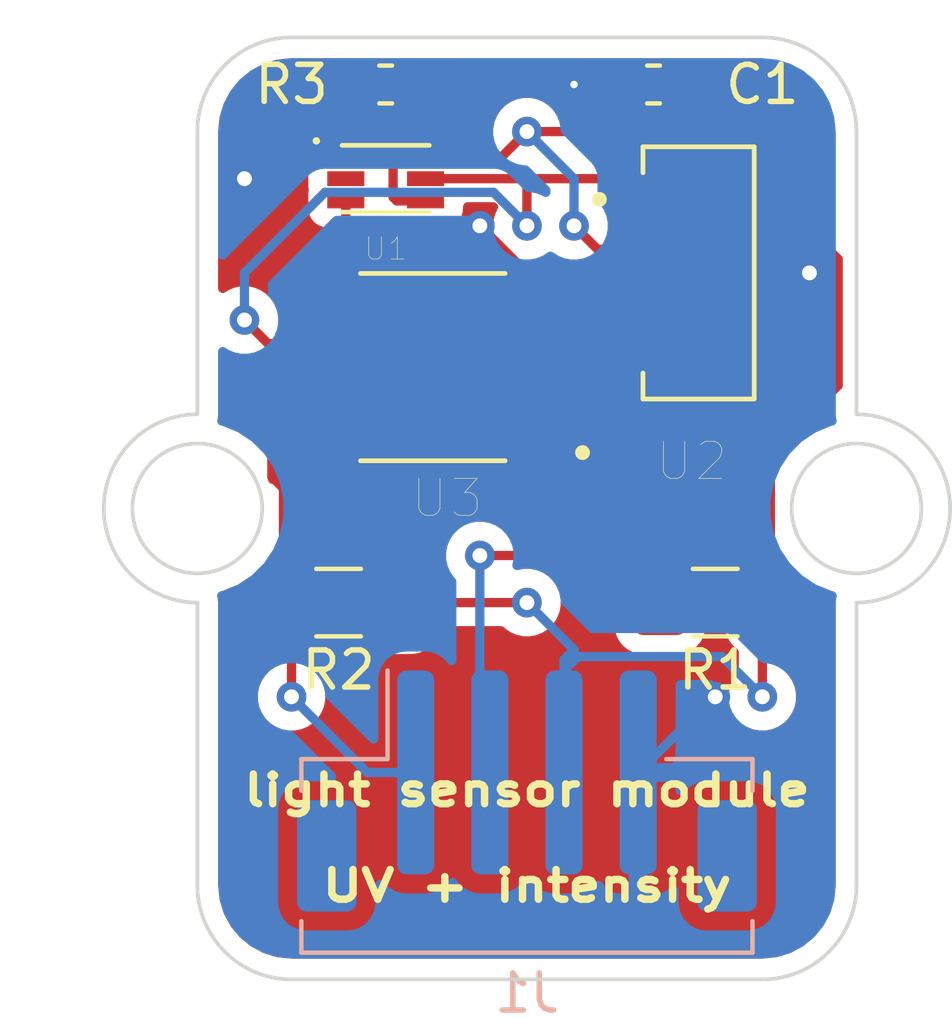
<source format=kicad_pcb>
(kicad_pcb (version 20171130) (host pcbnew 5.1.5+dfsg1-2build2)

  (general
    (thickness 1.6002)
    (drawings 15)
    (tracks 108)
    (zones 0)
    (modules 8)
    (nets 9)
  )

  (page A4)
  (title_block
    (title "light sensor module PCB")
    (date 2020-12-03)
    (rev 1)
    (company "Olanis GmbH")
    (comment 1 "by Norman Rembarz")
    (comment 2 "REGREEN PROJECT of EU")
    (comment 3 sensoLAB)
  )

  (layers
    (0 Front signal)
    (31 Back signal)
    (34 B.Paste user)
    (35 F.Paste user)
    (36 B.SilkS user)
    (37 F.SilkS user)
    (38 B.Mask user)
    (39 F.Mask user)
    (44 Edge.Cuts user)
    (45 Margin user)
    (46 B.CrtYd user)
    (47 F.CrtYd user)
    (49 F.Fab user)
  )

  (setup
    (last_trace_width 0.25)
    (user_trace_width 0.1)
    (user_trace_width 0.2)
    (user_trace_width 0.5)
    (trace_clearance 0.25)
    (zone_clearance 0.508)
    (zone_45_only no)
    (trace_min 0.1)
    (via_size 0.8)
    (via_drill 0.4)
    (via_min_size 0.45)
    (via_min_drill 0.2)
    (user_via 0.45 0.2)
    (user_via 0.8 0.4)
    (uvia_size 0.8)
    (uvia_drill 0.4)
    (uvias_allowed no)
    (uvia_min_size 0)
    (uvia_min_drill 0)
    (edge_width 0.1)
    (segment_width 0.1)
    (pcb_text_width 0.3)
    (pcb_text_size 1.5 1.5)
    (mod_edge_width 0.1)
    (mod_text_size 0.8 0.8)
    (mod_text_width 0.1)
    (pad_size 1.524 1.524)
    (pad_drill 0.762)
    (pad_to_mask_clearance 0)
    (solder_mask_min_width 0.1)
    (aux_axis_origin 132.08 99.06)
    (visible_elements FFFFFF7F)
    (pcbplotparams
      (layerselection 0x010fc_ffffffff)
      (usegerberextensions false)
      (usegerberattributes false)
      (usegerberadvancedattributes false)
      (creategerberjobfile true)
      (excludeedgelayer true)
      (linewidth 0.152400)
      (plotframeref false)
      (viasonmask false)
      (mode 1)
      (useauxorigin false)
      (hpglpennumber 1)
      (hpglpenspeed 20)
      (hpglpendiameter 15.000000)
      (psnegative false)
      (psa4output false)
      (plotreference true)
      (plotvalue false)
      (plotinvisibletext false)
      (padsonsilk false)
      (subtractmaskfromsilk true)
      (outputformat 1)
      (mirror false)
      (drillshape 0)
      (scaleselection 1)
      (outputdirectory "./gerbers_for_aisler"))
  )

  (net 0 "")
  (net 1 GND)
  (net 2 +3V3)
  (net 3 SDA)
  (net 4 SCL)
  (net 5 "Net-(U1-Pad2)")
  (net 6 LDA)
  (net 7 LCL)
  (net 8 "Net-(R3-Pad1)")

  (net_class Default "This is the default net class."
    (clearance 0.25)
    (trace_width 0.25)
    (via_dia 0.8)
    (via_drill 0.4)
    (uvia_dia 0.8)
    (uvia_drill 0.4)
    (diff_pair_width 0.25)
    (diff_pair_gap 0.25)
    (add_net +3V3)
    (add_net GND)
    (add_net LCL)
    (add_net LDA)
    (add_net "Net-(R3-Pad1)")
    (add_net "Net-(U1-Pad2)")
    (add_net SCL)
    (add_net SDA)
  )

  (net_class Min "This is the bare minimum allowed."
    (clearance 0.1)
    (trace_width 0.1)
    (via_dia 0.45)
    (via_drill 0.2)
    (uvia_dia 0.45)
    (uvia_drill 0.2)
    (diff_pair_width 0.12)
    (diff_pair_gap 0.12)
  )

  (module VEML6070:PHODET_VEML6070 (layer Front) (tedit 5FB267BB) (tstamp 5FB83CB0)
    (at 139.7 77.47)
    (path /5FC0E447)
    (fp_text reference U1 (at 0 1.89) (layer F.SilkS)
      (effects (font (size 0.600209 0.600209) (thickness 0.015)))
    )
    (fp_text value VEML6070 (at 3.749155 1.644141) (layer F.Fab)
      (effects (font (size 0.601148 0.601148) (thickness 0.015)))
    )
    (fp_line (start -1.175 0.9) (end 1.175 0.9) (layer F.SilkS) (width 0.127))
    (fp_line (start -1.175 -0.9) (end 1.175 -0.9) (layer F.SilkS) (width 0.127))
    (fp_line (start -2 1.25) (end -2 -1.25) (layer F.CrtYd) (width 0.05))
    (fp_line (start 2 1.25) (end -2 1.25) (layer F.CrtYd) (width 0.05))
    (fp_line (start 2 -1.25) (end 2 1.25) (layer F.CrtYd) (width 0.05))
    (fp_line (start -2 -1.25) (end 2 -1.25) (layer F.CrtYd) (width 0.05))
    (fp_line (start -1.175 0.9) (end -1.175 -0.9) (layer F.Fab) (width 0.127))
    (fp_line (start 1.175 0.9) (end -1.175 0.9) (layer F.Fab) (width 0.127))
    (fp_line (start 1.175 -0.9) (end 1.175 0.9) (layer F.Fab) (width 0.127))
    (fp_line (start -1.175 -0.9) (end 1.175 -0.9) (layer F.Fab) (width 0.127))
    (fp_circle (center -1.87 -1.02) (end -1.82 -1.02) (layer F.SilkS) (width 0.1))
    (pad 4 smd rect (at 1.075 0.6) (size 1 0.4) (layers Front F.Paste F.Mask)
      (net 8 "Net-(R3-Pad1)"))
    (pad 5 smd rect (at 1.075 0) (size 1 0.4) (layers Front F.Paste F.Mask)
      (net 4 SCL))
    (pad 6 smd rect (at 1.075 -0.6) (size 1 0.4) (layers Front F.Paste F.Mask)
      (net 2 +3V3))
    (pad 3 smd rect (at -1.075 0.6) (size 1 0.4) (layers Front F.Paste F.Mask)
      (net 3 SDA))
    (pad 2 smd rect (at -1.075 0) (size 1 0.4) (layers Front F.Paste F.Mask)
      (net 5 "Net-(U1-Pad2)"))
    (pad 1 smd rect (at -1.075 -0.6) (size 1 0.4) (layers Front F.Paste F.Mask)
      (net 1 GND))
  )

  (module P82B715D:SOIC127P599X175-8N (layer Front) (tedit 5FBB87F1) (tstamp 5FBC1C07)
    (at 140.97 82.55 180)
    (path /5FBBA2D9)
    (fp_text reference U3 (at -0.385 -3.537) (layer F.SilkS)
      (effects (font (size 1 1) (thickness 0.015)))
    )
    (fp_text value P82B715D (at 7.87 3.537) (layer F.Fab)
      (effects (font (size 1 1) (thickness 0.015)))
    )
    (fp_line (start 3.705 -2.7025) (end 3.705 2.7025) (layer F.CrtYd) (width 0.05))
    (fp_line (start -3.705 -2.7025) (end -3.705 2.7025) (layer F.CrtYd) (width 0.05))
    (fp_line (start -3.705 2.7025) (end 3.705 2.7025) (layer F.CrtYd) (width 0.05))
    (fp_line (start -3.705 -2.7025) (end 3.705 -2.7025) (layer F.CrtYd) (width 0.05))
    (fp_line (start 1.95 -2.4525) (end 1.95 2.4525) (layer F.Fab) (width 0.127))
    (fp_line (start -1.95 -2.4525) (end -1.95 2.4525) (layer F.Fab) (width 0.127))
    (fp_line (start -1.95 2.525) (end 1.95 2.525) (layer F.SilkS) (width 0.127))
    (fp_line (start -1.95 -2.525) (end 1.95 -2.525) (layer F.SilkS) (width 0.127))
    (fp_line (start -1.95 2.4525) (end 1.95 2.4525) (layer F.Fab) (width 0.127))
    (fp_line (start -1.95 -2.4525) (end 1.95 -2.4525) (layer F.Fab) (width 0.127))
    (fp_circle (center -4.04 -2.305) (end -3.94 -2.305) (layer F.Fab) (width 0.2))
    (fp_circle (center -4.04 -2.305) (end -3.94 -2.305) (layer F.SilkS) (width 0.2))
    (pad 8 smd rect (at 2.47 -1.905 180) (size 1.97 0.6) (layers Front F.Paste F.Mask)
      (net 2 +3V3))
    (pad 7 smd rect (at 2.47 -0.635 180) (size 1.97 0.6) (layers Front F.Paste F.Mask)
      (net 7 LCL))
    (pad 6 smd rect (at 2.47 0.635 180) (size 1.97 0.6) (layers Front F.Paste F.Mask)
      (net 4 SCL))
    (pad 5 smd rect (at 2.47 1.905 180) (size 1.97 0.6) (layers Front F.Paste F.Mask))
    (pad 4 smd rect (at -2.47 1.905 180) (size 1.97 0.6) (layers Front F.Paste F.Mask)
      (net 1 GND))
    (pad 3 smd rect (at -2.47 0.635 180) (size 1.97 0.6) (layers Front F.Paste F.Mask)
      (net 3 SDA))
    (pad 2 smd rect (at -2.47 -0.635 180) (size 1.97 0.6) (layers Front F.Paste F.Mask)
      (net 6 LDA))
    (pad 1 smd rect (at -2.47 -1.905 180) (size 1.97 0.6) (layers Front F.Paste F.Mask))
  )

  (module Capacitor_SMD:C_0603_1608Metric_Pad1.05x0.95mm_HandSolder (layer Front) (tedit 5B301BBE) (tstamp 5FBD4A86)
    (at 146.925 74.93 180)
    (descr "Capacitor SMD 0603 (1608 Metric), square (rectangular) end terminal, IPC_7351 nominal with elongated pad for handsoldering. (Body size source: http://www.tortai-tech.com/upload/download/2011102023233369053.pdf), generated with kicad-footprint-generator")
    (tags "capacitor handsolder")
    (path /5FBFBD63)
    (attr smd)
    (fp_text reference C1 (at -2.935 0) (layer F.SilkS)
      (effects (font (size 1 1) (thickness 0.15)))
    )
    (fp_text value 100n (at 0 1.43) (layer F.Fab)
      (effects (font (size 1 1) (thickness 0.15)))
    )
    (fp_text user %R (at 0 0) (layer F.Fab)
      (effects (font (size 0.4 0.4) (thickness 0.06)))
    )
    (fp_line (start 1.65 0.73) (end -1.65 0.73) (layer F.CrtYd) (width 0.05))
    (fp_line (start 1.65 -0.73) (end 1.65 0.73) (layer F.CrtYd) (width 0.05))
    (fp_line (start -1.65 -0.73) (end 1.65 -0.73) (layer F.CrtYd) (width 0.05))
    (fp_line (start -1.65 0.73) (end -1.65 -0.73) (layer F.CrtYd) (width 0.05))
    (fp_line (start -0.171267 0.51) (end 0.171267 0.51) (layer F.SilkS) (width 0.12))
    (fp_line (start -0.171267 -0.51) (end 0.171267 -0.51) (layer F.SilkS) (width 0.12))
    (fp_line (start 0.8 0.4) (end -0.8 0.4) (layer F.Fab) (width 0.1))
    (fp_line (start 0.8 -0.4) (end 0.8 0.4) (layer F.Fab) (width 0.1))
    (fp_line (start -0.8 -0.4) (end 0.8 -0.4) (layer F.Fab) (width 0.1))
    (fp_line (start -0.8 0.4) (end -0.8 -0.4) (layer F.Fab) (width 0.1))
    (pad 2 smd roundrect (at 0.875 0 180) (size 1.05 0.95) (layers Front F.Paste F.Mask) (roundrect_rratio 0.25)
      (net 1 GND))
    (pad 1 smd roundrect (at -0.875 0 180) (size 1.05 0.95) (layers Front F.Paste F.Mask) (roundrect_rratio 0.25)
      (net 2 +3V3))
    (model ${KISYS3DMOD}/Capacitor_SMD.3dshapes/C_0603_1608Metric.wrl
      (at (xyz 0 0 0))
      (scale (xyz 1 1 1))
      (rotate (xyz 0 0 0))
    )
  )

  (module Resistor_SMD:R_0603_1608Metric_Pad1.05x0.95mm_HandSolder (layer Front) (tedit 5B301BBD) (tstamp 5FBD477E)
    (at 139.7 74.93 180)
    (descr "Resistor SMD 0603 (1608 Metric), square (rectangular) end terminal, IPC_7351 nominal with elongated pad for handsoldering. (Body size source: http://www.tortai-tech.com/upload/download/2011102023233369053.pdf), generated with kicad-footprint-generator")
    (tags "resistor handsolder")
    (path /5FBF76AF)
    (attr smd)
    (fp_text reference R3 (at 2.54 0) (layer F.SilkS)
      (effects (font (size 1 1) (thickness 0.15)))
    )
    (fp_text value 270K (at 0 1.43) (layer F.Fab)
      (effects (font (size 1 1) (thickness 0.15)))
    )
    (fp_text user %R (at 0 0) (layer F.Fab)
      (effects (font (size 0.4 0.4) (thickness 0.06)))
    )
    (fp_line (start 1.65 0.73) (end -1.65 0.73) (layer F.CrtYd) (width 0.05))
    (fp_line (start 1.65 -0.73) (end 1.65 0.73) (layer F.CrtYd) (width 0.05))
    (fp_line (start -1.65 -0.73) (end 1.65 -0.73) (layer F.CrtYd) (width 0.05))
    (fp_line (start -1.65 0.73) (end -1.65 -0.73) (layer F.CrtYd) (width 0.05))
    (fp_line (start -0.171267 0.51) (end 0.171267 0.51) (layer F.SilkS) (width 0.12))
    (fp_line (start -0.171267 -0.51) (end 0.171267 -0.51) (layer F.SilkS) (width 0.12))
    (fp_line (start 0.8 0.4) (end -0.8 0.4) (layer F.Fab) (width 0.1))
    (fp_line (start 0.8 -0.4) (end 0.8 0.4) (layer F.Fab) (width 0.1))
    (fp_line (start -0.8 -0.4) (end 0.8 -0.4) (layer F.Fab) (width 0.1))
    (fp_line (start -0.8 0.4) (end -0.8 -0.4) (layer F.Fab) (width 0.1))
    (pad 2 smd roundrect (at 0.875 0 180) (size 1.05 0.95) (layers Front F.Paste F.Mask) (roundrect_rratio 0.25)
      (net 1 GND))
    (pad 1 smd roundrect (at -0.875 0 180) (size 1.05 0.95) (layers Front F.Paste F.Mask) (roundrect_rratio 0.25)
      (net 8 "Net-(R3-Pad1)"))
    (model ${KISYS3DMOD}/Resistor_SMD.3dshapes/R_0603_1608Metric.wrl
      (at (xyz 0 0 0))
      (scale (xyz 1 1 1))
      (rotate (xyz 0 0 0))
    )
  )

  (module Resistor_SMD:R_1206_3216Metric_Pad1.42x1.75mm_HandSolder (layer Front) (tedit 5B301BBD) (tstamp 5FBC1F0B)
    (at 138.43 88.9 180)
    (descr "Resistor SMD 1206 (3216 Metric), square (rectangular) end terminal, IPC_7351 nominal with elongated pad for handsoldering. (Body size source: http://www.tortai-tech.com/upload/download/2011102023233369053.pdf), generated with kicad-footprint-generator")
    (tags "resistor handsolder")
    (path /5FBD0F46)
    (attr smd)
    (fp_text reference R2 (at 0 -1.82) (layer F.SilkS)
      (effects (font (size 1 1) (thickness 0.15)))
    )
    (fp_text value 330 (at 0 1.82) (layer F.Fab)
      (effects (font (size 1 1) (thickness 0.15)))
    )
    (fp_text user %R (at 0 0) (layer F.Fab)
      (effects (font (size 0.8 0.8) (thickness 0.12)))
    )
    (fp_line (start 2.45 1.12) (end -2.45 1.12) (layer F.CrtYd) (width 0.05))
    (fp_line (start 2.45 -1.12) (end 2.45 1.12) (layer F.CrtYd) (width 0.05))
    (fp_line (start -2.45 -1.12) (end 2.45 -1.12) (layer F.CrtYd) (width 0.05))
    (fp_line (start -2.45 1.12) (end -2.45 -1.12) (layer F.CrtYd) (width 0.05))
    (fp_line (start -0.602064 0.91) (end 0.602064 0.91) (layer F.SilkS) (width 0.12))
    (fp_line (start -0.602064 -0.91) (end 0.602064 -0.91) (layer F.SilkS) (width 0.12))
    (fp_line (start 1.6 0.8) (end -1.6 0.8) (layer F.Fab) (width 0.1))
    (fp_line (start 1.6 -0.8) (end 1.6 0.8) (layer F.Fab) (width 0.1))
    (fp_line (start -1.6 -0.8) (end 1.6 -0.8) (layer F.Fab) (width 0.1))
    (fp_line (start -1.6 0.8) (end -1.6 -0.8) (layer F.Fab) (width 0.1))
    (pad 2 smd roundrect (at 1.4875 0 180) (size 1.425 1.75) (layers Front F.Paste F.Mask) (roundrect_rratio 0.175439)
      (net 7 LCL))
    (pad 1 smd roundrect (at -1.4875 0 180) (size 1.425 1.75) (layers Front F.Paste F.Mask) (roundrect_rratio 0.175439)
      (net 2 +3V3))
    (model ${KISYS3DMOD}/Resistor_SMD.3dshapes/R_1206_3216Metric.wrl
      (at (xyz 0 0 0))
      (scale (xyz 1 1 1))
      (rotate (xyz 0 0 0))
    )
  )

  (module Connector_JST:JST_PH_B4B-PH-SM4-TB_1x04-1MP_P2.00mm_Vertical (layer Back) (tedit 5B78AD87) (tstamp 5FB8338C)
    (at 143.51 93.98)
    (descr "JST PH series connector, B4B-PH-SM4-TB (http://www.jst-mfg.com/product/pdf/eng/ePH.pdf), generated with kicad-footprint-generator")
    (tags "connector JST PH side entry")
    (path /5FC25F8B)
    (attr smd)
    (fp_text reference J1 (at 0 5.45) (layer B.SilkS)
      (effects (font (size 1 1) (thickness 0.15)) (justify mirror))
    )
    (fp_text value Conn_01x04 (at 0 -4.45) (layer B.Fab)
      (effects (font (size 1 1) (thickness 0.15)) (justify mirror))
    )
    (fp_text user %R (at 0 1) (layer B.Fab)
      (effects (font (size 1 1) (thickness 0.15)) (justify mirror))
    )
    (fp_line (start -3 -0.042893) (end -2.5 -0.75) (layer B.Fab) (width 0.1))
    (fp_line (start -3.5 -0.75) (end -3 -0.042893) (layer B.Fab) (width 0.1))
    (fp_line (start 6.7 4.75) (end -6.7 4.75) (layer B.CrtYd) (width 0.05))
    (fp_line (start 6.7 -3.75) (end 6.7 4.75) (layer B.CrtYd) (width 0.05))
    (fp_line (start -6.7 -3.75) (end 6.7 -3.75) (layer B.CrtYd) (width 0.05))
    (fp_line (start -6.7 4.75) (end -6.7 -3.75) (layer B.CrtYd) (width 0.05))
    (fp_line (start 3.25 2.75) (end 2.75 2.75) (layer B.Fab) (width 0.1))
    (fp_line (start 3.25 2.25) (end 3.25 2.75) (layer B.Fab) (width 0.1))
    (fp_line (start 2.75 2.25) (end 3.25 2.25) (layer B.Fab) (width 0.1))
    (fp_line (start 2.75 2.75) (end 2.75 2.25) (layer B.Fab) (width 0.1))
    (fp_line (start 1.25 2.75) (end 0.75 2.75) (layer B.Fab) (width 0.1))
    (fp_line (start 1.25 2.25) (end 1.25 2.75) (layer B.Fab) (width 0.1))
    (fp_line (start 0.75 2.25) (end 1.25 2.25) (layer B.Fab) (width 0.1))
    (fp_line (start 0.75 2.75) (end 0.75 2.25) (layer B.Fab) (width 0.1))
    (fp_line (start -0.75 2.75) (end -1.25 2.75) (layer B.Fab) (width 0.1))
    (fp_line (start -0.75 2.25) (end -0.75 2.75) (layer B.Fab) (width 0.1))
    (fp_line (start -1.25 2.25) (end -0.75 2.25) (layer B.Fab) (width 0.1))
    (fp_line (start -1.25 2.75) (end -1.25 2.25) (layer B.Fab) (width 0.1))
    (fp_line (start -2.75 2.75) (end -3.25 2.75) (layer B.Fab) (width 0.1))
    (fp_line (start -2.75 2.25) (end -2.75 2.75) (layer B.Fab) (width 0.1))
    (fp_line (start -3.25 2.25) (end -2.75 2.25) (layer B.Fab) (width 0.1))
    (fp_line (start -3.25 2.75) (end -3.25 2.25) (layer B.Fab) (width 0.1))
    (fp_line (start 5.975 -0.75) (end 5.975 4.25) (layer B.Fab) (width 0.1))
    (fp_line (start -5.975 -0.75) (end -5.975 4.25) (layer B.Fab) (width 0.1))
    (fp_line (start -5.975 4.25) (end 5.975 4.25) (layer B.Fab) (width 0.1))
    (fp_line (start 6.085 4.36) (end 6.085 3.51) (layer B.SilkS) (width 0.12))
    (fp_line (start -6.085 4.36) (end 6.085 4.36) (layer B.SilkS) (width 0.12))
    (fp_line (start -6.085 3.51) (end -6.085 4.36) (layer B.SilkS) (width 0.12))
    (fp_line (start 6.085 -0.86) (end 3.76 -0.86) (layer B.SilkS) (width 0.12))
    (fp_line (start 6.085 -0.01) (end 6.085 -0.86) (layer B.SilkS) (width 0.12))
    (fp_line (start -3.76 -0.86) (end -3.76 -3.25) (layer B.SilkS) (width 0.12))
    (fp_line (start -6.085 -0.86) (end -3.76 -0.86) (layer B.SilkS) (width 0.12))
    (fp_line (start -6.085 -0.01) (end -6.085 -0.86) (layer B.SilkS) (width 0.12))
    (fp_line (start -5.975 -0.75) (end 5.975 -0.75) (layer B.Fab) (width 0.1))
    (pad MP smd roundrect (at 5.4 1.75) (size 1.6 3) (layers Back B.Paste B.Mask) (roundrect_rratio 0.15625))
    (pad MP smd roundrect (at -5.4 1.75) (size 1.6 3) (layers Back B.Paste B.Mask) (roundrect_rratio 0.15625))
    (pad 4 smd roundrect (at 3 -0.5) (size 1 5.5) (layers Back B.Paste B.Mask) (roundrect_rratio 0.25)
      (net 1 GND))
    (pad 3 smd roundrect (at 1 -0.5) (size 1 5.5) (layers Back B.Paste B.Mask) (roundrect_rratio 0.25)
      (net 2 +3V3))
    (pad 2 smd roundrect (at -1 -0.5) (size 1 5.5) (layers Back B.Paste B.Mask) (roundrect_rratio 0.25)
      (net 6 LDA))
    (pad 1 smd roundrect (at -3 -0.5) (size 1 5.5) (layers Back B.Paste B.Mask) (roundrect_rratio 0.25)
      (net 7 LCL))
    (model ${KISYS3DMOD}/Connector_JST.3dshapes/JST_PH_B4B-PH-SM4-TB_1x04-1MP_P2.00mm_Vertical.wrl
      (at (xyz 0 0 0))
      (scale (xyz 1 1 1))
      (rotate (xyz 0 0 0))
    )
  )

  (module Resistor_SMD:R_1206_3216Metric_Pad1.42x1.75mm_HandSolder (layer Front) (tedit 5B301BBD) (tstamp 5FBC22BF)
    (at 148.59 88.9 180)
    (descr "Resistor SMD 1206 (3216 Metric), square (rectangular) end terminal, IPC_7351 nominal with elongated pad for handsoldering. (Body size source: http://www.tortai-tech.com/upload/download/2011102023233369053.pdf), generated with kicad-footprint-generator")
    (tags "resistor handsolder")
    (path /5FBD0962)
    (attr smd)
    (fp_text reference R1 (at 0 -1.82) (layer F.SilkS)
      (effects (font (size 1 1) (thickness 0.15)))
    )
    (fp_text value 330 (at 0 1.82) (layer F.Fab)
      (effects (font (size 1 1) (thickness 0.15)))
    )
    (fp_text user %R (at 0.064999 0) (layer F.Fab)
      (effects (font (size 0.8 0.8) (thickness 0.12)))
    )
    (fp_line (start 2.45 1.12) (end -2.45 1.12) (layer F.CrtYd) (width 0.05))
    (fp_line (start 2.45 -1.12) (end 2.45 1.12) (layer F.CrtYd) (width 0.05))
    (fp_line (start -2.45 -1.12) (end 2.45 -1.12) (layer F.CrtYd) (width 0.05))
    (fp_line (start -2.45 1.12) (end -2.45 -1.12) (layer F.CrtYd) (width 0.05))
    (fp_line (start -0.602064 0.91) (end 0.602064 0.91) (layer F.SilkS) (width 0.12))
    (fp_line (start -0.602064 -0.91) (end 0.602064 -0.91) (layer F.SilkS) (width 0.12))
    (fp_line (start 1.6 0.8) (end -1.6 0.8) (layer F.Fab) (width 0.1))
    (fp_line (start 1.6 -0.8) (end 1.6 0.8) (layer F.Fab) (width 0.1))
    (fp_line (start -1.6 -0.8) (end 1.6 -0.8) (layer F.Fab) (width 0.1))
    (fp_line (start -1.6 0.8) (end -1.6 -0.8) (layer F.Fab) (width 0.1))
    (pad 2 smd roundrect (at 1.4875 0 180) (size 1.425 1.75) (layers Front F.Paste F.Mask) (roundrect_rratio 0.175439)
      (net 6 LDA))
    (pad 1 smd roundrect (at -1.4875 0 180) (size 1.425 1.75) (layers Front F.Paste F.Mask) (roundrect_rratio 0.175439)
      (net 2 +3V3))
    (model ${KISYS3DMOD}/Resistor_SMD.3dshapes/R_1206_3216Metric.wrl
      (at (xyz 0 0 0))
      (scale (xyz 1 1 1))
      (rotate (xyz 0 0 0))
    )
  )

  (module VEML7700-TT:XDCR_VEML7700-TT (layer Front) (tedit 5FB26780) (tstamp 5FB83CC8)
    (at 148.59 80.01)
    (path /5FC0FE7E)
    (fp_text reference U2 (at -0.635 5.08) (layer F.SilkS)
      (effects (font (size 1 1) (thickness 0.015)))
    )
    (fp_text value VEML7700-TT (at 2.54 0 90) (layer F.Fab)
      (effects (font (size 1 1) (thickness 0.015)))
    )
    (fp_line (start -1.95 3.4) (end -1.95 2.7) (layer F.SilkS) (width 0.127))
    (fp_line (start -1.95 -3.4) (end -1.95 -2.7) (layer F.SilkS) (width 0.127))
    (fp_line (start 1.05 3.4) (end -1.95 3.4) (layer F.SilkS) (width 0.127))
    (fp_line (start 1.05 -3.4) (end 1.05 3.4) (layer F.SilkS) (width 0.127))
    (fp_line (start -1.95 -3.4) (end 1.05 -3.4) (layer F.SilkS) (width 0.127))
    (fp_circle (center -3.125 -1.982) (end -3.025 -1.982) (layer F.Fab) (width 0.2))
    (fp_circle (center -3.125 -1.982) (end -3.025 -1.982) (layer F.SilkS) (width 0.2))
    (fp_line (start -2.6 3.65) (end -2.6 3.63865) (layer F.CrtYd) (width 0.05))
    (fp_line (start -2.6 -3.65) (end -2.6 3.63865) (layer F.CrtYd) (width 0.05))
    (fp_line (start -2.6 -3.65) (end 1.3 -3.65) (layer F.CrtYd) (width 0.05))
    (fp_line (start 1.3 3.63777) (end 1.3 -3.65) (layer F.CrtYd) (width 0.05))
    (fp_line (start -2.6 3.65) (end 1.3 3.65) (layer F.CrtYd) (width 0.05))
    (fp_line (start 1.05 3.4) (end 1.05 -3.4) (layer F.Fab) (width 0.127))
    (fp_line (start -1.95 -3.4) (end -1.95 3.4) (layer F.Fab) (width 0.127))
    (fp_line (start -1.95 3.4) (end 1.05 3.4) (layer F.Fab) (width 0.127))
    (fp_line (start -1.95 -3.4) (end 1.05 -3.4) (layer F.Fab) (width 0.127))
    (pad 4 smd rect (at -1.55 1.905) (size 1.6 0.7) (layers Front F.Paste F.Mask)
      (net 3 SDA))
    (pad 3 smd rect (at -1.55 0.635) (size 1.6 0.7) (layers Front F.Paste F.Mask)
      (net 1 GND))
    (pad 2 smd rect (at -1.55 -0.635) (size 1.6 0.7) (layers Front F.Paste F.Mask)
      (net 2 +3V3))
    (pad 1 smd rect (at -1.55 -1.905) (size 1.6 0.7) (layers Front F.Paste F.Mask)
      (net 4 SCL))
  )

  (gr_circle (center 134.62 86.36) (end 136.37 86.36) (layer Edge.Cuts) (width 0.1))
  (gr_circle (center 152.4 86.36) (end 154.15 86.36) (layer Edge.Cuts) (width 0.1))
  (gr_line (start 134.62 76.2) (end 134.62 83.82) (layer Edge.Cuts) (width 0.1) (tstamp 5FC78578))
  (gr_arc (start 134.62 86.36) (end 134.62 83.82) (angle -180) (layer Edge.Cuts) (width 0.1))
  (gr_arc (start 152.4 86.36) (end 152.4 88.9) (angle -180) (layer Edge.Cuts) (width 0.1))
  (gr_line (start 152.4 76.2) (end 152.4 83.82) (layer Edge.Cuts) (width 0.1))
  (gr_text "light sensor module\n\nUV + intensity" (at 143.51 95.25) (layer F.SilkS)
    (effects (font (size 0.8 1) (thickness 0.2)))
  )
  (gr_arc (start 137.16 96.52) (end 134.62 96.52) (angle -90) (layer Edge.Cuts) (width 0.1) (tstamp 5FB83DEF))
  (gr_arc (start 149.86 76.2) (end 152.4 76.2) (angle -90) (layer Edge.Cuts) (width 0.1) (tstamp 5FB83DD8))
  (gr_arc (start 149.86 96.52) (end 149.86 99.06) (angle -90) (layer Edge.Cuts) (width 0.1) (tstamp 5FB83DD6))
  (gr_arc (start 137.16 76.2) (end 137.16 73.66) (angle -90) (layer Edge.Cuts) (width 0.1))
  (gr_line (start 152.4 88.9) (end 152.4 96.52) (layer Edge.Cuts) (width 0.1))
  (gr_line (start 137.16 73.66) (end 149.86 73.66) (layer Edge.Cuts) (width 0.1))
  (gr_line (start 134.62 96.52) (end 134.62 88.9) (layer Edge.Cuts) (width 0.1))
  (gr_line (start 149.86 99.06) (end 137.16 99.06) (layer Edge.Cuts) (width 0.1))

  (via (at 135.89 77.47) (size 0.8) (drill 0.4) (layers Front Back) (net 1))
  (segment (start 137.249998 77.47) (end 135.89 77.47) (width 0.25) (layer Front) (net 1))
  (segment (start 137.849998 76.87) (end 137.249998 77.47) (width 0.25) (layer Front) (net 1))
  (segment (start 138.625 76.87) (end 137.849998 76.87) (width 0.25) (layer Front) (net 1))
  (via (at 142.24 78.74) (size 0.8) (drill 0.4) (layers Front Back) (net 1))
  (segment (start 143.44 79.94) (end 142.24 78.74) (width 0.25) (layer Front) (net 1))
  (segment (start 143.44 80.645) (end 143.44 79.94) (width 0.25) (layer Front) (net 1))
  (via (at 151.13 80.01) (size 0.8) (drill 0.4) (layers Front Back) (net 1))
  (segment (start 150.495 80.645) (end 151.13 80.01) (width 0.25) (layer Front) (net 1))
  (segment (start 147.04 80.645) (end 150.495 80.645) (width 0.25) (layer Front) (net 1))
  (segment (start 144.675 80.645) (end 147.04 80.645) (width 0.25) (layer Front) (net 1))
  (segment (start 143.44 80.645) (end 144.675 80.645) (width 0.25) (layer Front) (net 1))
  (segment (start 138.825 75.405) (end 139.20001 75.78001) (width 0.25) (layer Front) (net 1))
  (segment (start 138.825 74.93) (end 138.825 75.405) (width 0.25) (layer Front) (net 1))
  (segment (start 139.20001 75.84499) (end 139.20001 75.78001) (width 0.25) (layer Front) (net 1))
  (segment (start 138.625 76.42) (end 139.20001 75.84499) (width 0.25) (layer Front) (net 1))
  (segment (start 138.625 76.87) (end 138.625 76.42) (width 0.25) (layer Front) (net 1))
  (via (at 148.59 91.44) (size 0.8) (drill 0.4) (layers Front Back) (net 1))
  (segment (start 148.55 91.44) (end 148.59 91.44) (width 0.25) (layer Back) (net 1))
  (segment (start 146.51 93.48) (end 148.55 91.44) (width 0.25) (layer Back) (net 1))
  (segment (start 148.09 80.645) (end 147.04 80.645) (width 0.25) (layer Front) (net 1))
  (segment (start 148.59 81.145) (end 148.09 80.645) (width 0.25) (layer Front) (net 1))
  (segment (start 148.59 91.44) (end 148.59 81.145) (width 0.25) (layer Front) (net 1))
  (via (at 144.78 74.93) (size 0.45) (drill 0.2) (layers Front Back) (net 1))
  (segment (start 146.05 74.93) (end 144.78 74.93) (width 0.25) (layer Front) (net 1))
  (via (at 143.51 76.2) (size 0.8) (drill 0.4) (layers Front Back) (net 2))
  (segment (start 142.84 76.87) (end 143.51 76.2) (width 0.25) (layer Front) (net 2))
  (segment (start 140.775 76.87) (end 142.84 76.87) (width 0.25) (layer Front) (net 2))
  (via (at 144.78 78.74) (size 0.8) (drill 0.4) (layers Front Back) (net 2))
  (segment (start 144.78 77.47) (end 144.78 78.74) (width 0.25) (layer Back) (net 2))
  (segment (start 143.51 76.2) (end 144.78 77.47) (width 0.25) (layer Back) (net 2))
  (segment (start 145.415 79.375) (end 147.04 79.375) (width 0.25) (layer Front) (net 2))
  (segment (start 144.78 78.74) (end 145.415 79.375) (width 0.25) (layer Front) (net 2))
  (segment (start 144.88501 90.35499) (end 148.77499 90.35499) (width 0.25) (layer Back) (net 2))
  (segment (start 144.51 90.73) (end 144.88501 90.35499) (width 0.25) (layer Back) (net 2))
  (segment (start 144.51 93.48) (end 144.51 90.73) (width 0.25) (layer Back) (net 2))
  (via (at 149.86 91.44) (size 0.8) (drill 0.4) (layers Front Back) (net 2))
  (segment (start 148.77499 90.35499) (end 149.86 91.44) (width 0.25) (layer Back) (net 2))
  (segment (start 149.86 89.1175) (end 150.0775 88.9) (width 0.25) (layer Front) (net 2))
  (segment (start 149.86 91.44) (end 149.86 89.1175) (width 0.25) (layer Front) (net 2))
  (segment (start 139.9175 88.9) (end 143.51 88.9) (width 0.25) (layer Front) (net 2))
  (via (at 143.51 88.9) (size 0.8) (drill 0.4) (layers Front Back) (net 2))
  (segment (start 143.51 88.9) (end 144.78 90.17) (width 0.25) (layer Back) (net 2))
  (segment (start 144.51 90.44) (end 144.51 93.48) (width 0.25) (layer Back) (net 2))
  (segment (start 144.78 90.17) (end 144.51 90.44) (width 0.25) (layer Back) (net 2))
  (segment (start 139.205 88.9) (end 139.9175 88.9) (width 0.25) (layer Front) (net 2))
  (segment (start 138.5 88.195) (end 139.205 88.9) (width 0.25) (layer Front) (net 2))
  (segment (start 138.5 84.455) (end 138.5 88.195) (width 0.25) (layer Front) (net 2))
  (segment (start 151.502001 79.234999) (end 151.905001 79.637999) (width 0.25) (layer Front) (net 2))
  (segment (start 149.01922 79.234999) (end 151.502001 79.234999) (width 0.25) (layer Front) (net 2))
  (segment (start 148.879219 79.375) (end 149.01922 79.234999) (width 0.25) (layer Front) (net 2))
  (segment (start 147.04 79.375) (end 148.879219 79.375) (width 0.25) (layer Front) (net 2))
  (segment (start 147.005 76.2) (end 147.8 75.405) (width 0.25) (layer Front) (net 2))
  (segment (start 147.8 75.405) (end 147.8 74.93) (width 0.25) (layer Front) (net 2))
  (segment (start 143.51 76.2) (end 147.005 76.2) (width 0.25) (layer Front) (net 2))
  (segment (start 151.905001 79.637999) (end 151.905001 83.044999) (width 0.25) (layer Front) (net 2))
  (segment (start 150.0775 84.8725) (end 150.0775 88.9) (width 0.25) (layer Front) (net 2))
  (segment (start 151.905001 83.044999) (end 150.0775 84.8725) (width 0.25) (layer Front) (net 2))
  (segment (start 144.675 81.915) (end 147.04 81.915) (width 0.25) (layer Front) (net 3))
  (segment (start 143.44 81.915) (end 144.675 81.915) (width 0.25) (layer Front) (net 3))
  (segment (start 143.44 81.915) (end 141.605 81.915) (width 0.25) (layer Front) (net 3))
  (segment (start 141.605 81.915) (end 140.97 81.28) (width 0.25) (layer Front) (net 3))
  (segment (start 140.97 81.28) (end 140.97 80.01) (width 0.25) (layer Front) (net 3))
  (segment (start 140.97 80.01) (end 139.7 78.74) (width 0.25) (layer Front) (net 3))
  (segment (start 138.625 78.52) (end 138.625 78.07) (width 0.25) (layer Front) (net 3))
  (segment (start 138.845 78.74) (end 138.625 78.52) (width 0.25) (layer Front) (net 3))
  (segment (start 139.7 78.74) (end 138.845 78.74) (width 0.25) (layer Front) (net 3))
  (segment (start 141.525 77.47) (end 140.775 77.47) (width 0.25) (layer Front) (net 4))
  (segment (start 146.685 78.105) (end 146.05 77.47) (width 0.25) (layer Front) (net 4))
  (segment (start 147.04 78.105) (end 146.685 78.105) (width 0.25) (layer Front) (net 4))
  (via (at 135.89 81.28) (size 0.8) (drill 0.4) (layers Front Back) (net 4))
  (segment (start 136.525 81.915) (end 135.89 81.28) (width 0.25) (layer Front) (net 4))
  (segment (start 138.5 81.915) (end 136.525 81.915) (width 0.25) (layer Front) (net 4))
  (segment (start 135.89 81.28) (end 135.89 80.01) (width 0.25) (layer Back) (net 4))
  (via (at 143.51 78.74) (size 0.8) (drill 0.4) (layers Front Back) (net 4))
  (segment (start 142.60718 77.83718) (end 143.51 78.74) (width 0.25) (layer Back) (net 4))
  (segment (start 138.06282 77.83718) (end 142.60718 77.83718) (width 0.25) (layer Back) (net 4))
  (segment (start 135.89 80.01) (end 138.06282 77.83718) (width 0.25) (layer Back) (net 4))
  (segment (start 143.51 78.74) (end 143.51 77.47) (width 0.25) (layer Front) (net 4))
  (segment (start 143.51 77.47) (end 141.525 77.47) (width 0.25) (layer Front) (net 4))
  (segment (start 146.05 77.47) (end 143.51 77.47) (width 0.25) (layer Front) (net 4))
  (segment (start 144.675 83.185) (end 146.05 84.56) (width 0.25) (layer Front) (net 6))
  (segment (start 143.44 83.185) (end 144.675 83.185) (width 0.25) (layer Front) (net 6))
  (segment (start 146.05 84.56) (end 146.05 85.09) (width 0.25) (layer Front) (net 6))
  (segment (start 147.1025 86.1425) (end 147.1025 88.9) (width 0.25) (layer Front) (net 6))
  (segment (start 146.05 85.09) (end 147.1025 86.1425) (width 0.25) (layer Front) (net 6))
  (via (at 142.24 87.63) (size 0.8) (drill 0.4) (layers Front Back) (net 6))
  (segment (start 145.12 87.63) (end 142.24 87.63) (width 0.25) (layer Front) (net 6))
  (segment (start 146.39 88.9) (end 145.12 87.63) (width 0.25) (layer Front) (net 6))
  (segment (start 147.1025 88.9) (end 146.39 88.9) (width 0.25) (layer Front) (net 6))
  (segment (start 142.24 93.21) (end 142.51 93.48) (width 0.25) (layer Back) (net 6))
  (segment (start 142.24 87.63) (end 142.24 93.21) (width 0.25) (layer Back) (net 6))
  (via (at 137.16 91.44) (size 0.8) (drill 0.4) (layers Front Back) (net 7))
  (segment (start 139.2 93.48) (end 137.16 91.44) (width 0.25) (layer Back) (net 7))
  (segment (start 140.51 93.48) (end 139.2 93.48) (width 0.25) (layer Back) (net 7))
  (segment (start 137.16 89.1175) (end 136.9425 88.9) (width 0.25) (layer Front) (net 7))
  (segment (start 137.16 91.44) (end 137.16 89.1175) (width 0.25) (layer Front) (net 7))
  (segment (start 137.265 83.185) (end 136.63 83.82) (width 0.25) (layer Front) (net 7))
  (segment (start 138.5 83.185) (end 137.265 83.185) (width 0.25) (layer Front) (net 7))
  (segment (start 136.63 85.507798) (end 136.652185 85.576641) (width 0.25) (layer Front) (net 7))
  (segment (start 136.63 83.82) (end 136.63 85.507798) (width 0.25) (layer Front) (net 7))
  (segment (start 136.9425 85.820298) (end 136.63 85.507798) (width 0.25) (layer Front) (net 7))
  (segment (start 136.9425 88.9) (end 136.9425 85.820298) (width 0.25) (layer Front) (net 7))
  (segment (start 139.899999 75.080001) (end 140.05 74.93) (width 0.25) (layer Front) (net 8))
  (segment (start 139.899999 77.970001) (end 139.899999 75.080001) (width 0.25) (layer Front) (net 8))
  (segment (start 139.999998 78.07) (end 139.899999 77.970001) (width 0.25) (layer Front) (net 8))
  (segment (start 140.05 74.93) (end 140.575 74.93) (width 0.25) (layer Front) (net 8))
  (segment (start 140.775 78.07) (end 139.999998 78.07) (width 0.25) (layer Front) (net 8))

  (zone (net 1) (net_name GND) (layer Back) (tstamp 5FCA5A12) (hatch edge 0.508)
    (connect_pads (clearance 0.508))
    (min_thickness 0.254)
    (fill yes (arc_segments 32) (thermal_gap 0.508) (thermal_bridge_width 0.508))
    (polygon
      (pts
        (xy 154.94 99.06) (xy 132.08 99.06) (xy 132.08 73.66) (xy 154.94 73.66)
      )
    )
    (filled_polygon
      (pts
        (xy 150.219668 74.383551) (xy 150.565634 74.488004) (xy 150.884724 74.657667) (xy 151.164781 74.886076) (xy 151.395141 75.164534)
        (xy 151.567027 75.48243) (xy 151.673893 75.827658) (xy 151.715 76.218753) (xy 151.715001 83.853647) (xy 151.724913 83.954283)
        (xy 151.738919 84.000454) (xy 151.687351 84.010711) (xy 151.242721 84.194883) (xy 150.842564 84.462259) (xy 150.502259 84.802564)
        (xy 150.234883 85.202721) (xy 150.050711 85.647351) (xy 149.956821 86.119368) (xy 149.956821 86.600632) (xy 150.050711 87.072649)
        (xy 150.234883 87.517279) (xy 150.502259 87.917436) (xy 150.842564 88.257741) (xy 151.242721 88.525117) (xy 151.687351 88.709289)
        (xy 151.738918 88.719546) (xy 151.724912 88.765718) (xy 151.715 88.866354) (xy 151.715001 96.486485) (xy 151.676449 96.879667)
        (xy 151.571996 97.225635) (xy 151.402333 97.544724) (xy 151.173924 97.824781) (xy 150.895466 98.055141) (xy 150.57757 98.227027)
        (xy 150.23234 98.333894) (xy 149.841238 98.375) (xy 137.193505 98.375) (xy 136.800333 98.336449) (xy 136.454365 98.231996)
        (xy 136.135276 98.062333) (xy 135.855219 97.833924) (xy 135.624859 97.555466) (xy 135.452973 97.23757) (xy 135.346106 96.89234)
        (xy 135.305 96.501238) (xy 135.305 91.338061) (xy 136.125 91.338061) (xy 136.125 91.541939) (xy 136.164774 91.741898)
        (xy 136.242795 91.930256) (xy 136.356063 92.099774) (xy 136.500226 92.243937) (xy 136.669744 92.357205) (xy 136.858102 92.435226)
        (xy 137.058061 92.475) (xy 137.120199 92.475) (xy 138.237126 93.591928) (xy 137.56 93.591928) (xy 137.386746 93.608992)
        (xy 137.22015 93.659528) (xy 137.066614 93.741595) (xy 136.932038 93.852038) (xy 136.821595 93.986614) (xy 136.739528 94.14015)
        (xy 136.688992 94.306746) (xy 136.671928 94.48) (xy 136.671928 96.98) (xy 136.688992 97.153254) (xy 136.739528 97.31985)
        (xy 136.821595 97.473386) (xy 136.932038 97.607962) (xy 137.066614 97.718405) (xy 137.22015 97.800472) (xy 137.386746 97.851008)
        (xy 137.56 97.868072) (xy 138.66 97.868072) (xy 138.833254 97.851008) (xy 138.99985 97.800472) (xy 139.153386 97.718405)
        (xy 139.287962 97.607962) (xy 139.398405 97.473386) (xy 139.480472 97.31985) (xy 139.531008 97.153254) (xy 139.548072 96.98)
        (xy 139.548072 96.505649) (xy 139.632038 96.607962) (xy 139.766614 96.718405) (xy 139.92015 96.800472) (xy 140.086746 96.851008)
        (xy 140.26 96.868072) (xy 140.76 96.868072) (xy 140.933254 96.851008) (xy 141.09985 96.800472) (xy 141.253386 96.718405)
        (xy 141.387962 96.607962) (xy 141.498405 96.473386) (xy 141.51 96.451693) (xy 141.521595 96.473386) (xy 141.632038 96.607962)
        (xy 141.766614 96.718405) (xy 141.92015 96.800472) (xy 142.086746 96.851008) (xy 142.26 96.868072) (xy 142.76 96.868072)
        (xy 142.933254 96.851008) (xy 143.09985 96.800472) (xy 143.253386 96.718405) (xy 143.387962 96.607962) (xy 143.498405 96.473386)
        (xy 143.51 96.451693) (xy 143.521595 96.473386) (xy 143.632038 96.607962) (xy 143.766614 96.718405) (xy 143.92015 96.800472)
        (xy 144.086746 96.851008) (xy 144.26 96.868072) (xy 144.76 96.868072) (xy 144.933254 96.851008) (xy 145.09985 96.800472)
        (xy 145.253386 96.718405) (xy 145.387962 96.607962) (xy 145.450969 96.531187) (xy 145.479463 96.584494) (xy 145.558815 96.681185)
        (xy 145.655506 96.760537) (xy 145.76582 96.819502) (xy 145.885518 96.855812) (xy 146.01 96.868072) (xy 146.22425 96.865)
        (xy 146.383 96.70625) (xy 146.383 93.607) (xy 146.637 93.607) (xy 146.637 96.70625) (xy 146.79575 96.865)
        (xy 147.01 96.868072) (xy 147.134482 96.855812) (xy 147.25418 96.819502) (xy 147.364494 96.760537) (xy 147.461185 96.681185)
        (xy 147.471928 96.668095) (xy 147.471928 96.98) (xy 147.488992 97.153254) (xy 147.539528 97.31985) (xy 147.621595 97.473386)
        (xy 147.732038 97.607962) (xy 147.866614 97.718405) (xy 148.02015 97.800472) (xy 148.186746 97.851008) (xy 148.36 97.868072)
        (xy 149.46 97.868072) (xy 149.633254 97.851008) (xy 149.79985 97.800472) (xy 149.953386 97.718405) (xy 150.087962 97.607962)
        (xy 150.198405 97.473386) (xy 150.280472 97.31985) (xy 150.331008 97.153254) (xy 150.348072 96.98) (xy 150.348072 94.48)
        (xy 150.331008 94.306746) (xy 150.280472 94.14015) (xy 150.198405 93.986614) (xy 150.087962 93.852038) (xy 149.953386 93.741595)
        (xy 149.79985 93.659528) (xy 149.633254 93.608992) (xy 149.46 93.591928) (xy 148.36 93.591928) (xy 148.186746 93.608992)
        (xy 148.02015 93.659528) (xy 147.866614 93.741595) (xy 147.732038 93.852038) (xy 147.645239 93.957803) (xy 147.645 93.76575)
        (xy 147.48625 93.607) (xy 146.637 93.607) (xy 146.383 93.607) (xy 146.363 93.607) (xy 146.363 93.353)
        (xy 146.383 93.353) (xy 146.383 93.333) (xy 146.637 93.333) (xy 146.637 93.353) (xy 147.48625 93.353)
        (xy 147.645 93.19425) (xy 147.647592 91.11499) (xy 148.460189 91.11499) (xy 148.825 91.479802) (xy 148.825 91.541939)
        (xy 148.864774 91.741898) (xy 148.942795 91.930256) (xy 149.056063 92.099774) (xy 149.200226 92.243937) (xy 149.369744 92.357205)
        (xy 149.558102 92.435226) (xy 149.758061 92.475) (xy 149.961939 92.475) (xy 150.161898 92.435226) (xy 150.350256 92.357205)
        (xy 150.519774 92.243937) (xy 150.663937 92.099774) (xy 150.777205 91.930256) (xy 150.855226 91.741898) (xy 150.895 91.541939)
        (xy 150.895 91.338061) (xy 150.855226 91.138102) (xy 150.777205 90.949744) (xy 150.663937 90.780226) (xy 150.519774 90.636063)
        (xy 150.350256 90.522795) (xy 150.161898 90.444774) (xy 149.961939 90.405) (xy 149.899802 90.405) (xy 149.338794 89.843992)
        (xy 149.314991 89.814989) (xy 149.199266 89.720016) (xy 149.067237 89.649444) (xy 148.923976 89.605987) (xy 148.812323 89.59499)
        (xy 148.812312 89.59499) (xy 148.77499 89.591314) (xy 148.737668 89.59499) (xy 145.279792 89.59499) (xy 144.545 88.860199)
        (xy 144.545 88.798061) (xy 144.505226 88.598102) (xy 144.427205 88.409744) (xy 144.313937 88.240226) (xy 144.169774 88.096063)
        (xy 144.000256 87.982795) (xy 143.811898 87.904774) (xy 143.611939 87.865) (xy 143.408061 87.865) (xy 143.241961 87.898039)
        (xy 143.275 87.731939) (xy 143.275 87.528061) (xy 143.235226 87.328102) (xy 143.157205 87.139744) (xy 143.043937 86.970226)
        (xy 142.899774 86.826063) (xy 142.730256 86.712795) (xy 142.541898 86.634774) (xy 142.341939 86.595) (xy 142.138061 86.595)
        (xy 141.938102 86.634774) (xy 141.749744 86.712795) (xy 141.580226 86.826063) (xy 141.436063 86.970226) (xy 141.322795 87.139744)
        (xy 141.244774 87.328102) (xy 141.205 87.528061) (xy 141.205 87.731939) (xy 141.244774 87.931898) (xy 141.322795 88.120256)
        (xy 141.436063 88.289774) (xy 141.48 88.333711) (xy 141.480001 90.464188) (xy 141.387962 90.352038) (xy 141.253386 90.241595)
        (xy 141.09985 90.159528) (xy 140.933254 90.108992) (xy 140.76 90.091928) (xy 140.26 90.091928) (xy 140.086746 90.108992)
        (xy 139.92015 90.159528) (xy 139.766614 90.241595) (xy 139.632038 90.352038) (xy 139.521595 90.486614) (xy 139.439528 90.64015)
        (xy 139.388992 90.806746) (xy 139.371928 90.98) (xy 139.371928 92.577126) (xy 138.195 91.400199) (xy 138.195 91.338061)
        (xy 138.155226 91.138102) (xy 138.077205 90.949744) (xy 137.963937 90.780226) (xy 137.819774 90.636063) (xy 137.650256 90.522795)
        (xy 137.461898 90.444774) (xy 137.261939 90.405) (xy 137.058061 90.405) (xy 136.858102 90.444774) (xy 136.669744 90.522795)
        (xy 136.500226 90.636063) (xy 136.356063 90.780226) (xy 136.242795 90.949744) (xy 136.164774 91.138102) (xy 136.125 91.338061)
        (xy 135.305 91.338061) (xy 135.305 88.866353) (xy 135.295088 88.765717) (xy 135.281082 88.719546) (xy 135.332649 88.709289)
        (xy 135.777279 88.525117) (xy 136.177436 88.257741) (xy 136.517741 87.917436) (xy 136.785117 87.517279) (xy 136.969289 87.072649)
        (xy 137.063179 86.600632) (xy 137.063179 86.119368) (xy 136.969289 85.647351) (xy 136.785117 85.202721) (xy 136.517741 84.802564)
        (xy 136.177436 84.462259) (xy 135.777279 84.194883) (xy 135.332649 84.010711) (xy 135.281082 84.000454) (xy 135.295088 83.954283)
        (xy 135.305 83.853647) (xy 135.305 82.133899) (xy 135.399744 82.197205) (xy 135.588102 82.275226) (xy 135.788061 82.315)
        (xy 135.991939 82.315) (xy 136.191898 82.275226) (xy 136.380256 82.197205) (xy 136.549774 82.083937) (xy 136.693937 81.939774)
        (xy 136.807205 81.770256) (xy 136.885226 81.581898) (xy 136.925 81.381939) (xy 136.925 81.178061) (xy 136.885226 80.978102)
        (xy 136.807205 80.789744) (xy 136.693937 80.620226) (xy 136.65 80.576289) (xy 136.65 80.324801) (xy 138.377622 78.59718)
        (xy 142.292379 78.59718) (xy 142.475 78.779801) (xy 142.475 78.841939) (xy 142.514774 79.041898) (xy 142.592795 79.230256)
        (xy 142.706063 79.399774) (xy 142.850226 79.543937) (xy 143.019744 79.657205) (xy 143.208102 79.735226) (xy 143.408061 79.775)
        (xy 143.611939 79.775) (xy 143.811898 79.735226) (xy 144.000256 79.657205) (xy 144.145 79.56049) (xy 144.289744 79.657205)
        (xy 144.478102 79.735226) (xy 144.678061 79.775) (xy 144.881939 79.775) (xy 145.081898 79.735226) (xy 145.270256 79.657205)
        (xy 145.439774 79.543937) (xy 145.583937 79.399774) (xy 145.697205 79.230256) (xy 145.775226 79.041898) (xy 145.815 78.841939)
        (xy 145.815 78.638061) (xy 145.775226 78.438102) (xy 145.697205 78.249744) (xy 145.583937 78.080226) (xy 145.54 78.036289)
        (xy 145.54 77.507322) (xy 145.543676 77.469999) (xy 145.54 77.432676) (xy 145.54 77.432667) (xy 145.529003 77.321014)
        (xy 145.485546 77.177753) (xy 145.414974 77.045724) (xy 145.320001 76.929999) (xy 145.291004 76.906202) (xy 144.545 76.160199)
        (xy 144.545 76.098061) (xy 144.505226 75.898102) (xy 144.427205 75.709744) (xy 144.313937 75.540226) (xy 144.169774 75.396063)
        (xy 144.000256 75.282795) (xy 143.811898 75.204774) (xy 143.611939 75.165) (xy 143.408061 75.165) (xy 143.208102 75.204774)
        (xy 143.019744 75.282795) (xy 142.850226 75.396063) (xy 142.706063 75.540226) (xy 142.592795 75.709744) (xy 142.514774 75.898102)
        (xy 142.475 76.098061) (xy 142.475 76.301939) (xy 142.514774 76.501898) (xy 142.592795 76.690256) (xy 142.706063 76.859774)
        (xy 142.850226 77.003937) (xy 143.019744 77.117205) (xy 143.208102 77.195226) (xy 143.408061 77.235) (xy 143.470199 77.235)
        (xy 144.02 77.784802) (xy 144.02 77.835988) (xy 144.000256 77.822795) (xy 143.811898 77.744774) (xy 143.611939 77.705)
        (xy 143.549801 77.705) (xy 143.170983 77.326182) (xy 143.147181 77.297179) (xy 143.031456 77.202206) (xy 142.899427 77.131634)
        (xy 142.756166 77.088177) (xy 142.644513 77.07718) (xy 142.644502 77.07718) (xy 142.60718 77.073504) (xy 142.569858 77.07718)
        (xy 138.100153 77.07718) (xy 138.06282 77.073503) (xy 138.025487 77.07718) (xy 137.913834 77.088177) (xy 137.770573 77.131634)
        (xy 137.638544 77.202206) (xy 137.522819 77.297179) (xy 137.499021 77.326177) (xy 135.378998 79.446201) (xy 135.35 79.469999)
        (xy 135.326202 79.498997) (xy 135.326201 79.498998) (xy 135.305 79.524831) (xy 135.305 76.233504) (xy 135.343551 75.840332)
        (xy 135.448004 75.494366) (xy 135.617667 75.175276) (xy 135.846076 74.895219) (xy 136.124534 74.664859) (xy 136.44243 74.492973)
        (xy 136.787658 74.386107) (xy 137.178753 74.345) (xy 149.826496 74.345)
      )
    )
  )
  (zone (net 1) (net_name GND) (layer Front) (tstamp 5FCA5A0F) (hatch edge 0.508)
    (connect_pads (clearance 0.508))
    (min_thickness 0.254)
    (fill yes (arc_segments 32) (thermal_gap 0.508) (thermal_bridge_width 0.508))
    (polygon
      (pts
        (xy 154.94 99.06) (xy 132.08 99.06) (xy 132.08 73.66) (xy 154.94 73.66)
      )
    )
    (filled_polygon
      (pts
        (xy 142.592795 78.249744) (xy 142.514774 78.438102) (xy 142.475 78.638061) (xy 142.475 78.841939) (xy 142.514774 79.041898)
        (xy 142.592795 79.230256) (xy 142.706063 79.399774) (xy 142.850226 79.543937) (xy 143.019744 79.657205) (xy 143.147126 79.709969)
        (xy 142.455 79.706928) (xy 142.330518 79.719188) (xy 142.21082 79.755498) (xy 142.100506 79.814463) (xy 142.003815 79.893815)
        (xy 141.924463 79.990506) (xy 141.865498 80.10082) (xy 141.829188 80.220518) (xy 141.816928 80.345) (xy 141.82 80.35925)
        (xy 141.97875 80.518) (xy 143.313 80.518) (xy 143.313 80.498) (xy 143.567 80.498) (xy 143.567 80.518)
        (xy 144.90125 80.518) (xy 145.06 80.35925) (xy 145.063072 80.345) (xy 145.050812 80.220518) (xy 145.014502 80.10082)
        (xy 144.955537 79.990506) (xy 144.931886 79.961687) (xy 144.941016 79.96918) (xy 144.990724 80.009974) (xy 145.122753 80.080546)
        (xy 145.266014 80.124003) (xy 145.415 80.138677) (xy 145.452333 80.135) (xy 145.624962 80.135) (xy 145.614188 80.170518)
        (xy 145.601928 80.295) (xy 145.605 80.35925) (xy 145.76375 80.518) (xy 146.913 80.518) (xy 146.913 80.498)
        (xy 147.167 80.498) (xy 147.167 80.518) (xy 148.31625 80.518) (xy 148.475 80.35925) (xy 148.478072 80.295)
        (xy 148.465812 80.170518) (xy 148.455038 80.135) (xy 148.841897 80.135) (xy 148.879219 80.138676) (xy 148.916541 80.135)
        (xy 148.916552 80.135) (xy 149.028205 80.124003) (xy 149.171466 80.080546) (xy 149.303495 80.009974) (xy 149.321742 79.994999)
        (xy 151.145001 79.994999) (xy 151.145002 82.730196) (xy 149.566503 84.308696) (xy 149.537499 84.332499) (xy 149.491834 84.388143)
        (xy 149.442526 84.448224) (xy 149.38278 84.56) (xy 149.371954 84.580254) (xy 149.328497 84.723515) (xy 149.3175 84.835168)
        (xy 149.3175 84.835178) (xy 149.313824 84.8725) (xy 149.3175 84.909823) (xy 149.317501 87.441681) (xy 149.27515 87.454528)
        (xy 149.121614 87.536595) (xy 148.987038 87.647038) (xy 148.876595 87.781614) (xy 148.794528 87.93515) (xy 148.743992 88.101746)
        (xy 148.726928 88.275) (xy 148.726928 89.525) (xy 148.743992 89.698254) (xy 148.794528 89.86485) (xy 148.876595 90.018386)
        (xy 148.987038 90.152962) (xy 149.100001 90.245667) (xy 149.1 90.736289) (xy 149.056063 90.780226) (xy 148.942795 90.949744)
        (xy 148.864774 91.138102) (xy 148.825 91.338061) (xy 148.825 91.541939) (xy 148.864774 91.741898) (xy 148.942795 91.930256)
        (xy 149.056063 92.099774) (xy 149.200226 92.243937) (xy 149.369744 92.357205) (xy 149.558102 92.435226) (xy 149.758061 92.475)
        (xy 149.961939 92.475) (xy 150.161898 92.435226) (xy 150.350256 92.357205) (xy 150.519774 92.243937) (xy 150.663937 92.099774)
        (xy 150.777205 91.930256) (xy 150.855226 91.741898) (xy 150.895 91.541939) (xy 150.895 91.338061) (xy 150.855226 91.138102)
        (xy 150.777205 90.949744) (xy 150.663937 90.780226) (xy 150.62 90.736289) (xy 150.62 90.405193) (xy 150.713254 90.396008)
        (xy 150.87985 90.345472) (xy 151.033386 90.263405) (xy 151.167962 90.152962) (xy 151.278405 90.018386) (xy 151.360472 89.86485)
        (xy 151.411008 89.698254) (xy 151.428072 89.525) (xy 151.428072 88.601892) (xy 151.687351 88.709289) (xy 151.738918 88.719546)
        (xy 151.724912 88.765718) (xy 151.715 88.866354) (xy 151.715001 96.486485) (xy 151.676449 96.879667) (xy 151.571996 97.225635)
        (xy 151.402333 97.544724) (xy 151.173924 97.824781) (xy 150.895466 98.055141) (xy 150.57757 98.227027) (xy 150.23234 98.333894)
        (xy 149.841238 98.375) (xy 137.193505 98.375) (xy 136.800333 98.336449) (xy 136.454365 98.231996) (xy 136.135276 98.062333)
        (xy 135.855219 97.833924) (xy 135.624859 97.555466) (xy 135.452973 97.23757) (xy 135.346106 96.89234) (xy 135.305 96.501238)
        (xy 135.305 88.866353) (xy 135.295088 88.765717) (xy 135.281082 88.719546) (xy 135.332649 88.709289) (xy 135.591928 88.601892)
        (xy 135.591928 89.525) (xy 135.608992 89.698254) (xy 135.659528 89.86485) (xy 135.741595 90.018386) (xy 135.852038 90.152962)
        (xy 135.986614 90.263405) (xy 136.14015 90.345472) (xy 136.306746 90.396008) (xy 136.4 90.405193) (xy 136.4 90.736289)
        (xy 136.356063 90.780226) (xy 136.242795 90.949744) (xy 136.164774 91.138102) (xy 136.125 91.338061) (xy 136.125 91.541939)
        (xy 136.164774 91.741898) (xy 136.242795 91.930256) (xy 136.356063 92.099774) (xy 136.500226 92.243937) (xy 136.669744 92.357205)
        (xy 136.858102 92.435226) (xy 137.058061 92.475) (xy 137.261939 92.475) (xy 137.461898 92.435226) (xy 137.650256 92.357205)
        (xy 137.819774 92.243937) (xy 137.963937 92.099774) (xy 138.077205 91.930256) (xy 138.155226 91.741898) (xy 138.195 91.541939)
        (xy 138.195 91.338061) (xy 138.155226 91.138102) (xy 138.077205 90.949744) (xy 137.963937 90.780226) (xy 137.92 90.736289)
        (xy 137.92 90.245667) (xy 138.032962 90.152962) (xy 138.143405 90.018386) (xy 138.225472 89.86485) (xy 138.276008 89.698254)
        (xy 138.293072 89.525) (xy 138.293072 89.062873) (xy 138.566928 89.33673) (xy 138.566928 89.525) (xy 138.583992 89.698254)
        (xy 138.634528 89.86485) (xy 138.716595 90.018386) (xy 138.827038 90.152962) (xy 138.961614 90.263405) (xy 139.11515 90.345472)
        (xy 139.281746 90.396008) (xy 139.455 90.413072) (xy 140.38 90.413072) (xy 140.553254 90.396008) (xy 140.71985 90.345472)
        (xy 140.873386 90.263405) (xy 141.007962 90.152962) (xy 141.118405 90.018386) (xy 141.200472 89.86485) (xy 141.251008 89.698254)
        (xy 141.254776 89.66) (xy 142.806289 89.66) (xy 142.850226 89.703937) (xy 143.019744 89.817205) (xy 143.208102 89.895226)
        (xy 143.408061 89.935) (xy 143.611939 89.935) (xy 143.811898 89.895226) (xy 144.000256 89.817205) (xy 144.169774 89.703937)
        (xy 144.313937 89.559774) (xy 144.427205 89.390256) (xy 144.505226 89.201898) (xy 144.545 89.001939) (xy 144.545 88.798061)
        (xy 144.505226 88.598102) (xy 144.427205 88.409744) (xy 144.414013 88.39) (xy 144.805199 88.39) (xy 145.751928 89.33673)
        (xy 145.751928 89.525) (xy 145.768992 89.698254) (xy 145.819528 89.86485) (xy 145.901595 90.018386) (xy 146.012038 90.152962)
        (xy 146.146614 90.263405) (xy 146.30015 90.345472) (xy 146.466746 90.396008) (xy 146.64 90.413072) (xy 147.565 90.413072)
        (xy 147.738254 90.396008) (xy 147.90485 90.345472) (xy 148.058386 90.263405) (xy 148.192962 90.152962) (xy 148.303405 90.018386)
        (xy 148.385472 89.86485) (xy 148.436008 89.698254) (xy 148.453072 89.525) (xy 148.453072 88.275) (xy 148.436008 88.101746)
        (xy 148.385472 87.93515) (xy 148.303405 87.781614) (xy 148.192962 87.647038) (xy 148.058386 87.536595) (xy 147.90485 87.454528)
        (xy 147.8625 87.441681) (xy 147.8625 86.179825) (xy 147.866176 86.1425) (xy 147.8625 86.105175) (xy 147.8625 86.105167)
        (xy 147.851503 85.993514) (xy 147.808046 85.850253) (xy 147.737474 85.718224) (xy 147.642501 85.602499) (xy 147.613504 85.578702)
        (xy 146.81 84.775199) (xy 146.81 84.597325) (xy 146.813676 84.56) (xy 146.81 84.522675) (xy 146.81 84.522667)
        (xy 146.799003 84.411014) (xy 146.755546 84.267753) (xy 146.684974 84.135724) (xy 146.590001 84.019999) (xy 146.561004 83.996202)
        (xy 145.239801 82.675) (xy 145.755015 82.675) (xy 145.788815 82.716185) (xy 145.885506 82.795537) (xy 145.99582 82.854502)
        (xy 146.115518 82.890812) (xy 146.24 82.903072) (xy 147.84 82.903072) (xy 147.964482 82.890812) (xy 148.08418 82.854502)
        (xy 148.194494 82.795537) (xy 148.291185 82.716185) (xy 148.370537 82.619494) (xy 148.429502 82.50918) (xy 148.465812 82.389482)
        (xy 148.478072 82.265) (xy 148.478072 81.565) (xy 148.465812 81.440518) (xy 148.429502 81.32082) (xy 148.407683 81.28)
        (xy 148.429502 81.23918) (xy 148.465812 81.119482) (xy 148.478072 80.995) (xy 148.475 80.93075) (xy 148.31625 80.772)
        (xy 147.167 80.772) (xy 147.167 80.792) (xy 146.913 80.792) (xy 146.913 80.772) (xy 145.76375 80.772)
        (xy 145.605 80.93075) (xy 145.601928 80.995) (xy 145.614188 81.119482) (xy 145.624962 81.155) (xy 145.02487 81.155)
        (xy 145.050812 81.069482) (xy 145.063072 80.945) (xy 145.06 80.93075) (xy 144.90125 80.772) (xy 143.567 80.772)
        (xy 143.567 80.792) (xy 143.313 80.792) (xy 143.313 80.772) (xy 141.97875 80.772) (xy 141.82 80.93075)
        (xy 141.816928 80.945) (xy 141.828631 81.06383) (xy 141.73 80.965199) (xy 141.73 80.047322) (xy 141.733676 80.009999)
        (xy 141.73 79.972676) (xy 141.73 79.972667) (xy 141.719003 79.861014) (xy 141.675546 79.717753) (xy 141.604974 79.585724)
        (xy 141.510001 79.469999) (xy 141.481003 79.446201) (xy 140.942874 78.908072) (xy 141.275 78.908072) (xy 141.399482 78.895812)
        (xy 141.51918 78.859502) (xy 141.629494 78.800537) (xy 141.726185 78.721185) (xy 141.805537 78.624494) (xy 141.864502 78.51418)
        (xy 141.900812 78.394482) (xy 141.913072 78.27) (xy 141.913072 78.23) (xy 142.605987 78.23)
      )
    )
    (filled_polygon
      (pts
        (xy 137.661928 74.455) (xy 137.665 74.64425) (xy 137.82375 74.803) (xy 138.698 74.803) (xy 138.698 74.783)
        (xy 138.952 74.783) (xy 138.952 74.803) (xy 138.972 74.803) (xy 138.972 75.057) (xy 138.952 75.057)
        (xy 138.952 75.88125) (xy 139.102939 76.032189) (xy 138.91075 76.035) (xy 138.752 76.19375) (xy 138.752 76.631928)
        (xy 138.498 76.631928) (xy 138.498 76.19375) (xy 138.346722 76.042472) (xy 138.53925 76.04) (xy 138.698 75.88125)
        (xy 138.698 75.057) (xy 137.82375 75.057) (xy 137.665 75.21575) (xy 137.661928 75.405) (xy 137.674188 75.529482)
        (xy 137.710498 75.64918) (xy 137.769463 75.759494) (xy 137.848815 75.856185) (xy 137.945506 75.935537) (xy 138.05582 75.994502)
        (xy 138.175518 76.030812) (xy 138.196905 76.032918) (xy 138.137388 76.032048) (xy 138.012692 76.041889) (xy 137.892312 76.075869)
        (xy 137.780874 76.13268) (xy 137.68266 76.21014) (xy 137.601445 76.305272) (xy 137.54035 76.414421) (xy 137.501723 76.533391)
        (xy 137.49 76.63825) (xy 137.64875 76.797) (xy 137.700397 76.797) (xy 137.673815 76.818815) (xy 137.594463 76.915506)
        (xy 137.535498 77.02582) (xy 137.522247 77.069503) (xy 137.49 77.10175) (xy 137.497176 77.165942) (xy 137.486928 77.27)
        (xy 137.486928 77.67) (xy 137.496777 77.77) (xy 137.486928 77.87) (xy 137.486928 78.27) (xy 137.499188 78.394482)
        (xy 137.535498 78.51418) (xy 137.594463 78.624494) (xy 137.673815 78.721185) (xy 137.770506 78.800537) (xy 137.88082 78.859502)
        (xy 137.957078 78.882635) (xy 137.990026 78.944276) (xy 138.029871 78.992826) (xy 138.084999 79.060001) (xy 138.114003 79.083804)
        (xy 138.281196 79.250997) (xy 138.304999 79.280001) (xy 138.420724 79.374974) (xy 138.552753 79.445546) (xy 138.696014 79.489003)
        (xy 138.807667 79.5) (xy 138.807677 79.5) (xy 138.845 79.503676) (xy 138.882322 79.5) (xy 139.385199 79.5)
        (xy 139.60383 79.718631) (xy 139.485 79.706928) (xy 137.515 79.706928) (xy 137.390518 79.719188) (xy 137.27082 79.755498)
        (xy 137.160506 79.814463) (xy 137.063815 79.893815) (xy 136.984463 79.990506) (xy 136.925498 80.10082) (xy 136.889188 80.220518)
        (xy 136.876928 80.345) (xy 136.876928 80.945) (xy 136.878617 80.962146) (xy 136.807205 80.789744) (xy 136.693937 80.620226)
        (xy 136.549774 80.476063) (xy 136.380256 80.362795) (xy 136.191898 80.284774) (xy 135.991939 80.245) (xy 135.788061 80.245)
        (xy 135.588102 80.284774) (xy 135.399744 80.362795) (xy 135.305 80.426101) (xy 135.305 76.233504) (xy 135.343551 75.840332)
        (xy 135.448004 75.494366) (xy 135.617667 75.175276) (xy 135.846076 74.895219) (xy 136.124534 74.664859) (xy 136.44243 74.492973)
        (xy 136.787658 74.386107) (xy 137.178753 74.345) (xy 137.672762 74.345)
      )
    )
    (filled_polygon
      (pts
        (xy 144.886928 74.455) (xy 144.89 74.64425) (xy 145.04875 74.803) (xy 145.923 74.803) (xy 145.923 74.783)
        (xy 146.177 74.783) (xy 146.177 74.803) (xy 146.197 74.803) (xy 146.197 75.057) (xy 146.177 75.057)
        (xy 146.177 75.077) (xy 145.923 75.077) (xy 145.923 75.057) (xy 145.04875 75.057) (xy 144.89 75.21575)
        (xy 144.886928 75.405) (xy 144.890375 75.44) (xy 144.213711 75.44) (xy 144.169774 75.396063) (xy 144.000256 75.282795)
        (xy 143.811898 75.204774) (xy 143.611939 75.165) (xy 143.408061 75.165) (xy 143.208102 75.204774) (xy 143.019744 75.282795)
        (xy 142.850226 75.396063) (xy 142.706063 75.540226) (xy 142.592795 75.709744) (xy 142.514774 75.898102) (xy 142.475 76.098061)
        (xy 142.475 76.11) (xy 141.574373 76.11) (xy 141.51918 76.080498) (xy 141.399482 76.044188) (xy 141.275 76.031928)
        (xy 140.975646 76.031928) (xy 141.033316 76.026248) (xy 141.197567 75.976423) (xy 141.348942 75.895512) (xy 141.481623 75.786623)
        (xy 141.590512 75.653942) (xy 141.671423 75.502567) (xy 141.721248 75.338316) (xy 141.738072 75.1675) (xy 141.738072 74.6925)
        (xy 141.721248 74.521684) (xy 141.671423 74.357433) (xy 141.664777 74.345) (xy 144.897762 74.345)
      )
    )
  )
)

</source>
